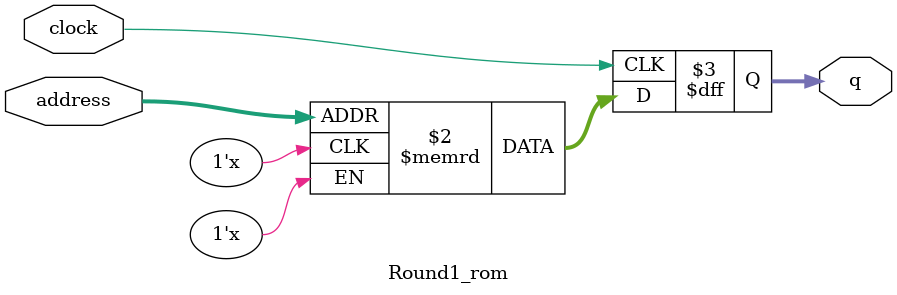
<source format=sv>
module Round1_rom (
	input logic clock,
	input logic [7:0] address,
	output logic [3:0] q
);

logic [3:0] memory [0:255] /* synthesis ram_init_file = "./Round1/Round1.mif" */;

always_ff @ (posedge clock) begin
	q <= memory[address];
end

endmodule

</source>
